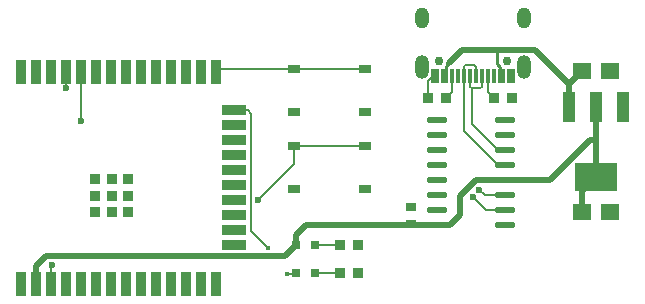
<source format=gtl>
G04 #@! TF.GenerationSoftware,KiCad,Pcbnew,8.0.7-8.0.7-0~ubuntu22.04.1*
G04 #@! TF.CreationDate,2025-01-18T09:20:26+01:00*
G04 #@! TF.ProjectId,esp32_boilerplate,65737033-325f-4626-9f69-6c6572706c61,rev?*
G04 #@! TF.SameCoordinates,Original*
G04 #@! TF.FileFunction,Copper,L1,Top*
G04 #@! TF.FilePolarity,Positive*
%FSLAX46Y46*%
G04 Gerber Fmt 4.6, Leading zero omitted, Abs format (unit mm)*
G04 Created by KiCad (PCBNEW 8.0.7-8.0.7-0~ubuntu22.04.1) date 2025-01-18 09:20:26*
%MOMM*%
%LPD*%
G01*
G04 APERTURE LIST*
G04 #@! TA.AperFunction,SMDPad,CuDef*
%ADD10R,1.100000X2.500000*%
G04 #@! TD*
G04 #@! TA.AperFunction,SMDPad,CuDef*
%ADD11R,3.600000X2.340000*%
G04 #@! TD*
G04 #@! TA.AperFunction,ComponentPad*
%ADD12C,0.750000*%
G04 #@! TD*
G04 #@! TA.AperFunction,ComponentPad*
%ADD13O,1.200000X2.000000*%
G04 #@! TD*
G04 #@! TA.AperFunction,ComponentPad*
%ADD14O,1.200000X1.800000*%
G04 #@! TD*
G04 #@! TA.AperFunction,SMDPad,CuDef*
%ADD15R,0.300000X1.300000*%
G04 #@! TD*
G04 #@! TA.AperFunction,SMDPad,CuDef*
%ADD16R,0.900000X0.800000*%
G04 #@! TD*
G04 #@! TA.AperFunction,SMDPad,CuDef*
%ADD17R,0.950000X2.100000*%
G04 #@! TD*
G04 #@! TA.AperFunction,SMDPad,CuDef*
%ADD18R,2.100000X0.950000*%
G04 #@! TD*
G04 #@! TA.AperFunction,SMDPad,CuDef*
%ADD19R,0.900000X0.900000*%
G04 #@! TD*
G04 #@! TA.AperFunction,SMDPad,CuDef*
%ADD20R,1.500000X1.360000*%
G04 #@! TD*
G04 #@! TA.AperFunction,SMDPad,CuDef*
%ADD21R,0.810000X0.860000*%
G04 #@! TD*
G04 #@! TA.AperFunction,SMDPad,CuDef*
%ADD22O,1.750000X0.560000*%
G04 #@! TD*
G04 #@! TA.AperFunction,SMDPad,CuDef*
%ADD23R,1.000000X0.750000*%
G04 #@! TD*
G04 #@! TA.AperFunction,SMDPad,CuDef*
%ADD24R,0.800000X0.800000*%
G04 #@! TD*
G04 #@! TA.AperFunction,ViaPad*
%ADD25C,0.450000*%
G04 #@! TD*
G04 #@! TA.AperFunction,ViaPad*
%ADD26C,0.600000*%
G04 #@! TD*
G04 #@! TA.AperFunction,Conductor*
%ADD27C,0.500000*%
G04 #@! TD*
G04 #@! TA.AperFunction,Conductor*
%ADD28C,0.300000*%
G04 #@! TD*
G04 #@! TA.AperFunction,Conductor*
%ADD29C,0.160000*%
G04 #@! TD*
G04 #@! TA.AperFunction,Conductor*
%ADD30C,0.240000*%
G04 #@! TD*
G04 #@! TA.AperFunction,Conductor*
%ADD31C,0.200000*%
G04 #@! TD*
G04 APERTURE END LIST*
D10*
G04 #@! TO.P,U2,1,GND*
G04 #@! TO.N,GND*
X52900000Y-8852000D03*
G04 #@! TO.P,U2,2,VOUT*
G04 #@! TO.N,/3V3*
X50600000Y-8852000D03*
G04 #@! TO.P,U2,3,VIN*
G04 #@! TO.N,/5V*
X48300000Y-8852000D03*
D11*
G04 #@! TO.P,U2,4,VOUT*
G04 #@! TO.N,/3V3*
X50600000Y-14792000D03*
G04 #@! TD*
D12*
G04 #@! TO.P,USBC1,*
G04 #@! TO.N,*
X43074000Y-5005500D03*
X37274000Y-5005500D03*
D13*
G04 #@! TO.P,USBC1,0,SH*
G04 #@! TO.N,GND*
X44504000Y-5505500D03*
G04 #@! TO.P,USBC1,1*
G04 #@! TO.N,N/C*
X35844000Y-5505500D03*
D14*
G04 #@! TO.P,USBC1,2*
X35844000Y-1325500D03*
G04 #@! TO.P,USBC1,3*
X44504000Y-1325500D03*
D15*
G04 #@! TO.P,USBC1,A1,GND*
G04 #@! TO.N,GND*
X43524000Y-6265500D03*
G04 #@! TO.P,USBC1,A4,VBUS*
G04 #@! TO.N,/5V*
X42724000Y-6265500D03*
G04 #@! TO.P,USBC1,A5,CC1*
G04 #@! TO.N,Net-(USBC1-CC1)*
X41424000Y-6265500D03*
G04 #@! TO.P,USBC1,A6,DP1*
G04 #@! TO.N,/USB_P*
X40424000Y-6265500D03*
G04 #@! TO.P,USBC1,A7,DN1*
G04 #@! TO.N,/USB_N*
X39924000Y-6265500D03*
G04 #@! TO.P,USBC1,A8,SBU1*
G04 #@! TO.N,unconnected-(USBC1-SBU1-PadA8)*
X38924000Y-6265500D03*
G04 #@! TO.P,USBC1,A9,VBUS*
G04 #@! TO.N,/5V*
X37624000Y-6265500D03*
G04 #@! TO.P,USBC1,A12,GND*
G04 #@! TO.N,GND*
X36824000Y-6265500D03*
G04 #@! TO.P,USBC1,B1,GND*
X37124000Y-6265500D03*
G04 #@! TO.P,USBC1,B4,VBUS*
G04 #@! TO.N,/5V*
X37924000Y-6265500D03*
G04 #@! TO.P,USBC1,B5,CC2*
G04 #@! TO.N,Net-(USBC1-CC2)*
X38424000Y-6265500D03*
G04 #@! TO.P,USBC1,B6,DP2*
G04 #@! TO.N,/USB_P*
X39424000Y-6265500D03*
G04 #@! TO.P,USBC1,B7,DN2*
G04 #@! TO.N,/USB_N*
X40924000Y-6265500D03*
G04 #@! TO.P,USBC1,B8,SBU2*
G04 #@! TO.N,unconnected-(USBC1-SBU2-PadB8)*
X41924000Y-6265500D03*
G04 #@! TO.P,USBC1,B9,VBUS*
G04 #@! TO.N,/5V*
X42424000Y-6265500D03*
G04 #@! TO.P,USBC1,B12,GND*
G04 #@! TO.N,GND*
X43224000Y-6265500D03*
G04 #@! TD*
D16*
G04 #@! TO.P,C1,1,1*
G04 #@! TO.N,GND*
X34930000Y-17350000D03*
G04 #@! TO.P,C1,2,2*
G04 #@! TO.N,/3V3*
X34930000Y-18750000D03*
G04 #@! TD*
D17*
G04 #@! TO.P,U3,1,GND*
G04 #@! TO.N,GND*
X1900000Y-23900000D03*
G04 #@! TO.P,U3,2,3V3*
G04 #@! TO.N,/3V3*
X3170000Y-23900000D03*
G04 #@! TO.P,U3,3,EN*
G04 #@! TO.N,/ESP_EN*
X4440000Y-23900000D03*
G04 #@! TO.P,U3,4,SENSOR_VP*
G04 #@! TO.N,unconnected-(U3-SENSOR_VP-Pad4)*
X5710000Y-23900000D03*
G04 #@! TO.P,U3,5,SENSOR_VN*
G04 #@! TO.N,unconnected-(U3-SENSOR_VN-Pad5)*
X6980000Y-23900000D03*
G04 #@! TO.P,U3,6,IO34*
G04 #@! TO.N,unconnected-(U3-IO34-Pad6)*
X8250000Y-23900000D03*
G04 #@! TO.P,U3,7,IO35*
G04 #@! TO.N,unconnected-(U3-IO35-Pad7)*
X9520000Y-23900000D03*
G04 #@! TO.P,U3,8,IO32*
G04 #@! TO.N,unconnected-(U3-IO32-Pad8)*
X10790000Y-23900000D03*
G04 #@! TO.P,U3,9,IO33*
G04 #@! TO.N,unconnected-(U3-IO33-Pad9)*
X12060000Y-23900000D03*
G04 #@! TO.P,U3,10,IO25*
G04 #@! TO.N,unconnected-(U3-IO25-Pad10)*
X13330000Y-23900000D03*
G04 #@! TO.P,U3,11,IO26*
G04 #@! TO.N,unconnected-(U3-IO26-Pad11)*
X14600000Y-23900000D03*
G04 #@! TO.P,U3,12,IO27*
G04 #@! TO.N,unconnected-(U3-IO27-Pad12)*
X15870000Y-23900000D03*
G04 #@! TO.P,U3,13,IO14*
G04 #@! TO.N,unconnected-(U3-IO14-Pad13)*
X17140000Y-23900000D03*
G04 #@! TO.P,U3,14,IO12*
G04 #@! TO.N,unconnected-(U3-IO12-Pad14)*
X18410000Y-23900000D03*
D18*
G04 #@! TO.P,U3,15,GND*
G04 #@! TO.N,GND*
X19900000Y-20610000D03*
G04 #@! TO.P,U3,16,IO13*
G04 #@! TO.N,unconnected-(U3-IO13-Pad16)*
X19900000Y-19340000D03*
G04 #@! TO.P,U3,17,NC*
G04 #@! TO.N,unconnected-(U3-NC-Pad17)*
X19900000Y-18070000D03*
G04 #@! TO.P,U3,18,NC*
G04 #@! TO.N,unconnected-(U3-NC-Pad18)*
X19900000Y-16800000D03*
G04 #@! TO.P,U3,19,NC*
G04 #@! TO.N,unconnected-(U3-NC-Pad19)*
X19900000Y-15530000D03*
G04 #@! TO.P,U3,20,NC*
G04 #@! TO.N,unconnected-(U3-NC-Pad20)*
X19900000Y-14260000D03*
G04 #@! TO.P,U3,21,NC*
G04 #@! TO.N,unconnected-(U3-NC-Pad21)*
X19900000Y-12990000D03*
G04 #@! TO.P,U3,22,NC*
G04 #@! TO.N,unconnected-(U3-NC-Pad22)*
X19900000Y-11720000D03*
G04 #@! TO.P,U3,23,IO15*
G04 #@! TO.N,unconnected-(U3-IO15-Pad23)*
X19900000Y-10450000D03*
G04 #@! TO.P,U3,24,IO2*
G04 #@! TO.N,/ESP_LED*
X19900000Y-9180000D03*
D17*
G04 #@! TO.P,U3,25,IO0*
G04 #@! TO.N,/ESP_PROG*
X18410000Y-5900000D03*
G04 #@! TO.P,U3,26,IO4*
G04 #@! TO.N,unconnected-(U3-IO4-Pad26)*
X17140000Y-5900000D03*
G04 #@! TO.P,U3,27,IO16*
G04 #@! TO.N,unconnected-(U3-IO16-Pad27)*
X15870000Y-5900000D03*
G04 #@! TO.P,U3,28,IO17*
G04 #@! TO.N,unconnected-(U3-IO17-Pad28)*
X14600000Y-5900000D03*
G04 #@! TO.P,U3,29,IO5*
G04 #@! TO.N,unconnected-(U3-IO5-Pad29)*
X13330000Y-5900000D03*
G04 #@! TO.P,U3,30,IO18*
G04 #@! TO.N,unconnected-(U3-IO18-Pad30)*
X12060000Y-5900000D03*
G04 #@! TO.P,U3,31,IO19*
G04 #@! TO.N,unconnected-(U3-IO19-Pad31)*
X10790000Y-5900000D03*
G04 #@! TO.P,U3,32,NC*
G04 #@! TO.N,unconnected-(U3-NC-Pad32)*
X9520000Y-5900000D03*
G04 #@! TO.P,U3,33,IO21*
G04 #@! TO.N,unconnected-(U3-IO21-Pad33)*
X8250000Y-5900000D03*
G04 #@! TO.P,U3,34,RXD0*
G04 #@! TO.N,/ESP_RXD*
X6980000Y-5900000D03*
G04 #@! TO.P,U3,35,TXD0*
G04 #@! TO.N,/ESP_TXD*
X5710000Y-5900000D03*
G04 #@! TO.P,U3,36,IO22*
G04 #@! TO.N,unconnected-(U3-IO22-Pad36)*
X4440000Y-5900000D03*
G04 #@! TO.P,U3,37,IO23*
G04 #@! TO.N,unconnected-(U3-IO23-Pad37)*
X3170000Y-5900000D03*
G04 #@! TO.P,U3,38,GND*
G04 #@! TO.N,GND*
X1900000Y-5900000D03*
D19*
G04 #@! TO.P,U3,39,GND*
X8180000Y-15000000D03*
X8180000Y-16400000D03*
X8180000Y-17800000D03*
X9580000Y-15000000D03*
X9580000Y-16400000D03*
X9580000Y-17800000D03*
X10980000Y-15000000D03*
X10980000Y-16400000D03*
X10980000Y-17800000D03*
G04 #@! TD*
D20*
G04 #@! TO.P,C3,1,1*
G04 #@! TO.N,/3V3*
X49400000Y-17800000D03*
G04 #@! TO.P,C3,2,2*
G04 #@! TO.N,GND*
X51800000Y-17800000D03*
G04 #@! TD*
D21*
G04 #@! TO.P,R3,1,1*
G04 #@! TO.N,GND*
X30450000Y-22900000D03*
G04 #@! TO.P,R3,2,2*
G04 #@! TO.N,Net-(LED1-K)*
X28950000Y-22900000D03*
G04 #@! TD*
D22*
G04 #@! TO.P,U1,1,GND*
G04 #@! TO.N,GND*
X42900000Y-18900000D03*
G04 #@! TO.P,U1,2,TXD*
G04 #@! TO.N,/ESP_RXD*
X42900000Y-17630000D03*
G04 #@! TO.P,U1,3,RXD*
G04 #@! TO.N,/ESP_TXD*
X42900000Y-16360000D03*
G04 #@! TO.P,U1,4,V3*
G04 #@! TO.N,/3V3*
X42900000Y-15080000D03*
G04 #@! TO.P,U1,5,UD+*
G04 #@! TO.N,/USB_P*
X42900000Y-13820000D03*
G04 #@! TO.P,U1,6,UD-*
G04 #@! TO.N,/USB_N*
X42900000Y-12550000D03*
G04 #@! TO.P,U1,7,NC.*
G04 #@! TO.N,unconnected-(U1-NC.-Pad7)*
X42900000Y-11280000D03*
G04 #@! TO.P,U1,8,~{OUT}*
G04 #@! TO.N,unconnected-(U1-~{OUT}-Pad8)*
X42900000Y-10010000D03*
G04 #@! TO.P,U1,9,~{CTS}*
G04 #@! TO.N,unconnected-(U1-~{CTS}-Pad9)*
X37160000Y-10010000D03*
G04 #@! TO.P,U1,10,~{DSR}*
G04 #@! TO.N,unconnected-(U1-~{DSR}-Pad10)*
X37160000Y-11280000D03*
G04 #@! TO.P,U1,11,~{RI}*
G04 #@! TO.N,unconnected-(U1-~{RI}-Pad11)*
X37160000Y-12550000D03*
G04 #@! TO.P,U1,12,~{DCD}*
G04 #@! TO.N,unconnected-(U1-~{DCD}-Pad12)*
X37160000Y-13820000D03*
G04 #@! TO.P,U1,13,~{DTR}*
G04 #@! TO.N,unconnected-(U1-~{DTR}-Pad13)*
X37160000Y-15080000D03*
G04 #@! TO.P,U1,14,~{RTS}*
G04 #@! TO.N,unconnected-(U1-~{RTS}-Pad14)*
X37160000Y-16360000D03*
G04 #@! TO.P,U1,15,R232*
G04 #@! TO.N,unconnected-(U1-R232-Pad15)*
X37160000Y-17630000D03*
G04 #@! TO.P,U1,16,VCC*
G04 #@! TO.N,/3V3*
X37160000Y-18900000D03*
G04 #@! TD*
D21*
G04 #@! TO.P,R1,1,1*
G04 #@! TO.N,GND*
X36376000Y-8150000D03*
G04 #@! TO.P,R1,2,2*
G04 #@! TO.N,Net-(USBC1-CC2)*
X37876000Y-8150000D03*
G04 #@! TD*
D23*
G04 #@! TO.P,SW2,1,A*
G04 #@! TO.N,/ESP_EN*
X25000000Y-12150000D03*
G04 #@! TO.P,SW2,2,B*
X31000000Y-12150000D03*
G04 #@! TO.P,SW2,3,C*
G04 #@! TO.N,GND*
X25000000Y-15850000D03*
G04 #@! TO.P,SW2,4,D*
X31000000Y-15850000D03*
G04 #@! TD*
D21*
G04 #@! TO.P,R2,1,1*
G04 #@! TO.N,GND*
X43480000Y-8150000D03*
G04 #@! TO.P,R2,2,2*
G04 #@! TO.N,Net-(USBC1-CC1)*
X41980000Y-8150000D03*
G04 #@! TD*
D20*
G04 #@! TO.P,C2,1,1*
G04 #@! TO.N,/5V*
X49400000Y-5800000D03*
G04 #@! TO.P,C2,2,2*
G04 #@! TO.N,GND*
X51800000Y-5800000D03*
G04 #@! TD*
D24*
G04 #@! TO.P,LED2,1,K*
G04 #@! TO.N,Net-(LED2-K)*
X26800000Y-20600000D03*
G04 #@! TO.P,LED2,2,A*
G04 #@! TO.N,/3V3*
X25200000Y-20600000D03*
G04 #@! TD*
D21*
G04 #@! TO.P,R7,1,1*
G04 #@! TO.N,GND*
X30450000Y-20600000D03*
G04 #@! TO.P,R7,2,2*
G04 #@! TO.N,Net-(LED2-K)*
X28950000Y-20600000D03*
G04 #@! TD*
D23*
G04 #@! TO.P,SW1,1,A*
G04 #@! TO.N,/ESP_PROG*
X25000000Y-5650000D03*
G04 #@! TO.P,SW1,2,B*
X31000000Y-5650000D03*
G04 #@! TO.P,SW1,3,C*
G04 #@! TO.N,GND*
X25000000Y-9350000D03*
G04 #@! TO.P,SW1,4,D*
X31000000Y-9350000D03*
G04 #@! TD*
D24*
G04 #@! TO.P,LED1,1,K*
G04 #@! TO.N,Net-(LED1-K)*
X26800000Y-22913000D03*
G04 #@! TO.P,LED1,2,A*
G04 #@! TO.N,/ESP_LED*
X25200000Y-22913000D03*
G04 #@! TD*
D25*
G04 #@! TO.N,/ESP_LED*
X22856190Y-20856190D03*
X24400000Y-23000000D03*
D26*
G04 #@! TO.N,/ESP_TXD*
X5710000Y-7290000D03*
X40700000Y-15900000D03*
G04 #@! TO.N,/ESP_RXD*
X40134313Y-16465687D03*
X6939878Y-10060122D03*
G04 #@! TO.N,/ESP_EN*
X21950000Y-16750000D03*
X4500000Y-22300000D03*
G04 #@! TD*
D27*
G04 #@! TO.N,/3V3*
X50600000Y-14792000D02*
X50600000Y-11700000D01*
X39100000Y-16439339D02*
X39100000Y-18000000D01*
X38200000Y-18900000D02*
X26000000Y-18900000D01*
X25200000Y-19700000D02*
X25200000Y-20600000D01*
X50100000Y-11700000D02*
X46720000Y-15080000D01*
X42900000Y-15080000D02*
X40459339Y-15080000D01*
X3170000Y-22350000D02*
X3170000Y-23900000D01*
X50600000Y-11700000D02*
X50600000Y-8852000D01*
X26000000Y-18900000D02*
X25200000Y-19700000D01*
D28*
X37160000Y-18900000D02*
X35080000Y-18900000D01*
D27*
X50600000Y-11700000D02*
X50100000Y-11700000D01*
X24265000Y-21535000D02*
X3985000Y-21535000D01*
X39100000Y-18000000D02*
X38200000Y-18900000D01*
X38200000Y-18900000D02*
X37160000Y-18900000D01*
X40459339Y-15080000D02*
X39100000Y-16439339D01*
X49400000Y-15992000D02*
X50600000Y-14792000D01*
X46720000Y-15080000D02*
X42900000Y-15080000D01*
X49400000Y-17800000D02*
X49400000Y-15992000D01*
X25200000Y-20600000D02*
X24265000Y-21535000D01*
X3985000Y-21535000D02*
X3170000Y-22350000D01*
D29*
G04 #@! TO.N,GND*
X36376000Y-8150000D02*
X36376000Y-6713500D01*
X36376000Y-6713500D02*
X36824000Y-6265500D01*
D30*
G04 #@! TO.N,/5V*
X42200000Y-5231500D02*
X42200000Y-4055500D01*
X42424000Y-5455500D02*
X42424000Y-5965500D01*
X42424000Y-5965500D02*
X42724000Y-6265500D01*
D27*
X42200000Y-4055500D02*
X39259000Y-4055500D01*
D30*
X37924000Y-6265500D02*
X37924000Y-5390500D01*
X42424000Y-5455500D02*
X42200000Y-5231500D01*
D27*
X48300000Y-6900000D02*
X45455500Y-4055500D01*
X39259000Y-4055500D02*
X38149000Y-5165500D01*
X49400000Y-5800000D02*
X48300000Y-6900000D01*
D30*
X37924000Y-5390500D02*
X38149000Y-5165500D01*
D27*
X48300000Y-6900000D02*
X48300000Y-8852000D01*
X45455500Y-4055500D02*
X42200000Y-4055500D01*
D29*
G04 #@! TO.N,Net-(LED1-K)*
X26800000Y-22913000D02*
X28937000Y-22913000D01*
G04 #@! TO.N,/ESP_LED*
X21370000Y-19370000D02*
X22856190Y-20856190D01*
X24400000Y-23000000D02*
X25113000Y-23000000D01*
X19900000Y-9180000D02*
X21110000Y-9180000D01*
X21110000Y-9180000D02*
X21370000Y-9440000D01*
X21370000Y-9440000D02*
X21370000Y-19370000D01*
G04 #@! TO.N,Net-(LED2-K)*
X26800000Y-20600000D02*
X28950000Y-20600000D01*
G04 #@! TO.N,Net-(USBC1-CC2)*
X38424000Y-7602000D02*
X37876000Y-8150000D01*
X38424000Y-6265500D02*
X38424000Y-7602000D01*
G04 #@! TO.N,Net-(USBC1-CC1)*
X41424000Y-7594000D02*
X41980000Y-8150000D01*
X41424000Y-6265500D02*
X41424000Y-7594000D01*
G04 #@! TO.N,/ESP_TXD*
X5710000Y-7290000D02*
X5710000Y-5900000D01*
X41160000Y-16360000D02*
X40700000Y-15900000D01*
X42900000Y-16360000D02*
X41160000Y-16360000D01*
D31*
G04 #@! TO.N,/USB_P*
X40215500Y-5315500D02*
X40424000Y-5524000D01*
X39424000Y-5450000D02*
X39558500Y-5315500D01*
X39424000Y-6265500D02*
X39424000Y-10939000D01*
X39424000Y-6265500D02*
X39424000Y-5450000D01*
X40424000Y-5524000D02*
X40424000Y-6265500D01*
X39424000Y-10939000D02*
X42305000Y-13820000D01*
X39558500Y-5315500D02*
X40215500Y-5315500D01*
D29*
G04 #@! TO.N,/ESP_RXD*
X6980000Y-10020000D02*
X6980000Y-5900000D01*
X6939878Y-10060122D02*
X6980000Y-10020000D01*
X41298626Y-17630000D02*
X40134313Y-16465687D01*
X42900000Y-17630000D02*
X41298626Y-17630000D01*
D31*
G04 #@! TO.N,/USB_N*
X40058500Y-7300000D02*
X40789500Y-7300000D01*
X40058500Y-10303500D02*
X42305000Y-12550000D01*
X39924000Y-6265500D02*
X39924000Y-7165500D01*
X40924000Y-7165500D02*
X40924000Y-6265500D01*
X40058500Y-7300000D02*
X40058500Y-10303500D01*
X39924000Y-7165500D02*
X40058500Y-7300000D01*
X40789500Y-7300000D02*
X40924000Y-7165500D01*
D29*
G04 #@! TO.N,/ESP_EN*
X4440000Y-22460000D02*
X4440000Y-23900000D01*
X21950000Y-16750000D02*
X25000000Y-13700000D01*
X4500000Y-22300000D02*
X4500000Y-22400000D01*
X4500000Y-22400000D02*
X4440000Y-22460000D01*
X25000000Y-12150000D02*
X31000000Y-12150000D01*
X25000000Y-13700000D02*
X25000000Y-12150000D01*
G04 #@! TO.N,/ESP_PROG*
X31000000Y-5650000D02*
X18660000Y-5650000D01*
G04 #@! TD*
M02*

</source>
